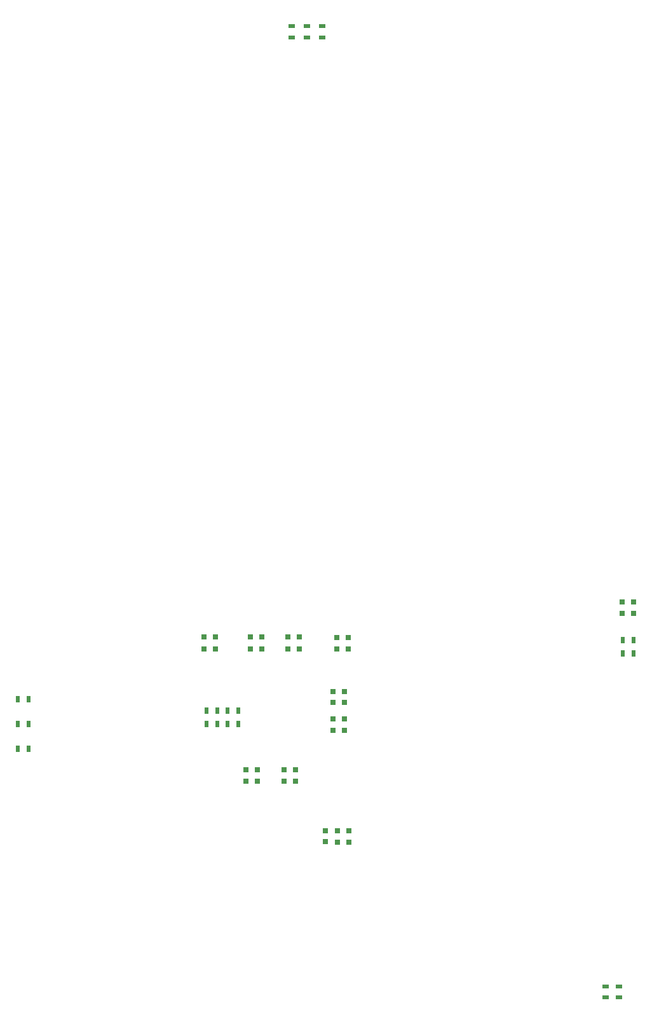
<source format=gbp>
%FSTAX23Y23*%
%MOIN*%
%SFA1B1*%

%IPPOS*%
%ADD23R,0.031500X0.031500*%
%ADD24R,0.021700X0.035400*%
%ADD37R,0.035400X0.021700*%
%ADD38R,0.031500X0.031500*%
%LNpch_mainboard-1*%
%LPD*%
G54D23*
X01259Y01439D03*
X01318D03*
X01319Y01499D03*
X0126D03*
X01459D03*
X0146Y01439D03*
X01519D03*
X01518Y01499D03*
X01739Y0118D03*
Y0112D03*
X01798D03*
Y0118D03*
X01794Y02135D03*
Y02195D03*
X01735D03*
Y02135D03*
X01539Y02196D03*
X01479D03*
Y02133D03*
X01539D03*
X01341Y02196D03*
Y02133D03*
X01281Y02196D03*
Y02133D03*
X01098Y02196D03*
X01038D03*
Y02133D03*
X01098D03*
G54D24*
X00118Y0161D03*
Y0174D03*
Y0187D03*
X00061D03*
Y0174D03*
Y0161D03*
X01053Y01741D03*
X0111D03*
X01161D03*
X01162Y01812D03*
X01109D03*
X01052D03*
X01219D03*
X01219Y01741D03*
X03236Y0211D03*
X03293D03*
Y0218D03*
X03236D03*
G54D37*
X03145Y00306D03*
X03215D03*
Y00363D03*
X03145D03*
X0166Y05342D03*
Y054D03*
X0158D03*
Y05342D03*
X015D03*
Y054D03*
G54D38*
X01676Y01123D03*
Y01182D03*
X01714Y01708D03*
X01774D03*
Y01767D03*
X01714D03*
Y01853D03*
X01774D03*
Y01912D03*
X01714D03*
X03232Y02322D03*
X03292D03*
Y02381D03*
X03232D03*
M02*
</source>
